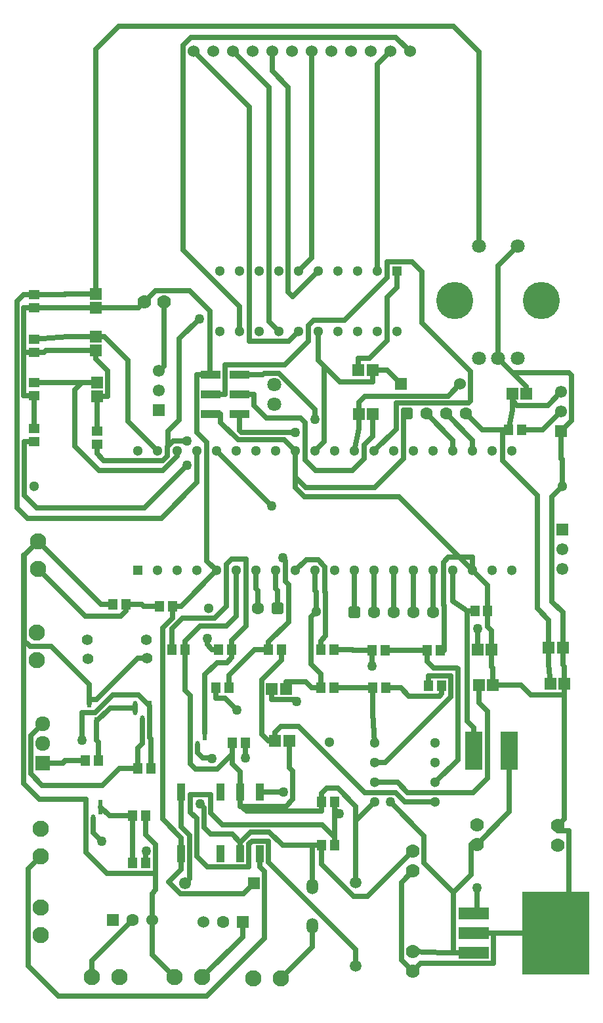
<source format=gtl>
G04*
G04 #@! TF.GenerationSoftware,Altium Limited,Altium Designer,24.4.1 (13)*
G04*
G04 Layer_Physical_Order=1*
G04 Layer_Color=255*
%FSLAX44Y44*%
%MOMM*%
G71*
G04*
G04 #@! TF.SameCoordinates,F6539689-3043-445A-A8EF-E24C1B7FCDF9*
G04*
G04*
G04 #@! TF.FilePolarity,Positive*
G04*
G01*
G75*
%ADD18R,1.5046X1.5562*%
%ADD19R,1.3046X1.4562*%
%ADD25R,1.0000X2.2000*%
G04:AMPARAMS|DCode=26|XSize=1.8242mm|YSize=0.618mm|CornerRadius=0.309mm|HoleSize=0mm|Usage=FLASHONLY|Rotation=270.000|XOffset=0mm|YOffset=0mm|HoleType=Round|Shape=RoundedRectangle|*
%AMROUNDEDRECTD26*
21,1,1.8242,0.0000,0,0,270.0*
21,1,1.2063,0.6180,0,0,270.0*
1,1,0.6180,0.0000,-0.6031*
1,1,0.6180,0.0000,0.6031*
1,1,0.6180,0.0000,0.6031*
1,1,0.6180,0.0000,-0.6031*
%
%ADD26ROUNDEDRECTD26*%
%ADD27R,0.6180X1.8242*%
%ADD29R,1.5562X1.5046*%
%ADD37C,1.5240*%
%ADD38R,1.5240X1.5240*%
%ADD45R,1.5500X1.5500*%
%ADD46C,1.5500*%
%ADD53R,2.3000X5.0000*%
%ADD54R,1.2000X1.4500*%
%ADD55R,1.4500X1.2000*%
%ADD56R,2.5000X1.0000*%
%ADD57R,4.0000X1.5000*%
%ADD58R,8.6000X10.7000*%
%ADD59R,0.6000X1.0500*%
%ADD60C,0.6350*%
%ADD61C,1.3000*%
%ADD62R,1.3000X1.3000*%
%ADD63C,2.1000*%
%ADD64R,1.9200X1.9200*%
%ADD65C,1.9200*%
%ADD66C,1.7780*%
%ADD67C,1.8000*%
%ADD68R,1.5500X1.5500*%
%ADD69C,1.6000*%
G04:AMPARAMS|DCode=70|XSize=1.6mm|YSize=1.6mm|CornerRadius=0.4mm|HoleSize=0mm|Usage=FLASHONLY|Rotation=0.000|XOffset=0mm|YOffset=0mm|HoleType=Round|Shape=RoundedRectangle|*
%AMROUNDEDRECTD70*
21,1,1.6000,0.8000,0,0,0.0*
21,1,0.8000,1.6000,0,0,0.0*
1,1,0.8000,0.4000,-0.4000*
1,1,0.8000,-0.4000,-0.4000*
1,1,0.8000,-0.4000,0.4000*
1,1,0.8000,0.4000,0.4000*
%
%ADD70ROUNDEDRECTD70*%
%ADD71R,1.6000X1.6000*%
%ADD72O,1.5000X2.0000*%
%ADD73O,1.5240X2.0000*%
%ADD74C,1.5000*%
%ADD75C,1.4000*%
%ADD76C,4.8000*%
%ADD77C,1.2700*%
D18*
X758190Y492760D02*
D03*
X776206D02*
D03*
X760612Y445770D02*
D03*
X778628D02*
D03*
X711082Y820421D02*
D03*
X729098D02*
D03*
X513080Y793750D02*
D03*
X531096D02*
D03*
X684648Y490220D02*
D03*
X666632D02*
D03*
X423146Y372110D02*
D03*
X405130D02*
D03*
X685918Y444500D02*
D03*
X667902D02*
D03*
X401084Y439420D02*
D03*
X419100D02*
D03*
X512844Y850900D02*
D03*
X530860D02*
D03*
D19*
X663435Y539750D02*
D03*
X679450D02*
D03*
D25*
X284094Y306354D02*
D03*
X334894D02*
D03*
X360294D02*
D03*
X385694D02*
D03*
Y226354D02*
D03*
X360294D02*
D03*
X334894D02*
D03*
X284094D02*
D03*
D26*
X160934Y287224D02*
D03*
X170434Y268021D02*
D03*
X233904Y395741D02*
D03*
X224404Y414944D02*
D03*
X305054Y363271D02*
D03*
X295554Y382474D02*
D03*
D27*
X179934Y287224D02*
D03*
X243404Y414944D02*
D03*
X314554Y382474D02*
D03*
D29*
X173990Y948926D02*
D03*
Y930910D02*
D03*
Y894198D02*
D03*
Y876182D02*
D03*
X175260Y834508D02*
D03*
Y816493D02*
D03*
D37*
X579120Y1262380D02*
D03*
X553720D02*
D03*
X528320D02*
D03*
X502920D02*
D03*
X477520D02*
D03*
X452120D02*
D03*
X426720D02*
D03*
X401320D02*
D03*
X375920D02*
D03*
X350520D02*
D03*
X325120D02*
D03*
X299720D02*
D03*
X643920Y833120D02*
D03*
X246380Y140970D02*
D03*
X312420Y138430D02*
D03*
D38*
X567660Y833120D02*
D03*
D45*
X378024Y188884D02*
D03*
D46*
X255270Y849630D02*
D03*
Y824230D02*
D03*
X775970Y594360D02*
D03*
Y619760D02*
D03*
X774314Y822614D02*
D03*
Y797214D02*
D03*
X289224Y188884D02*
D03*
D53*
X707390Y359411D02*
D03*
X661670D02*
D03*
D54*
X723510Y773430D02*
D03*
X706510D02*
D03*
X237980Y214630D02*
D03*
X220980D02*
D03*
X482210Y237490D02*
D03*
X465210D02*
D03*
X238370Y275590D02*
D03*
X221370D02*
D03*
X482210Y293370D02*
D03*
X465210D02*
D03*
X227720Y336550D02*
D03*
X244720D02*
D03*
X160410Y346711D02*
D03*
X177410D02*
D03*
X332250Y490220D02*
D03*
X349250D02*
D03*
X271780D02*
D03*
X288780D02*
D03*
X546980Y488950D02*
D03*
X529980D02*
D03*
X396630Y490220D02*
D03*
X413630D02*
D03*
X480940D02*
D03*
X463940D02*
D03*
X618100Y488950D02*
D03*
X601100D02*
D03*
X603250Y443230D02*
D03*
X620250D02*
D03*
X255660Y546101D02*
D03*
X272660D02*
D03*
X530860Y440690D02*
D03*
X547860D02*
D03*
X345440D02*
D03*
X328440D02*
D03*
X480940D02*
D03*
X463940D02*
D03*
X195580Y548640D02*
D03*
X212580D02*
D03*
X349640Y369570D02*
D03*
X366639D02*
D03*
D55*
X175260Y754771D02*
D03*
Y771770D02*
D03*
X93980Y758581D02*
D03*
Y775580D02*
D03*
Y931301D02*
D03*
Y948300D02*
D03*
Y873270D02*
D03*
Y890270D02*
D03*
Y817880D02*
D03*
Y834880D02*
D03*
D56*
X359360Y844550D02*
D03*
X322360D02*
D03*
X359360Y819150D02*
D03*
X322360D02*
D03*
X359360Y793750D02*
D03*
X322360D02*
D03*
D57*
X661080Y149860D02*
D03*
Y124460D02*
D03*
Y99060D02*
D03*
D58*
X767080Y124460D02*
D03*
D59*
X155600Y397440D02*
D03*
X174600D02*
D03*
X165100Y420441D02*
D03*
D60*
X155775Y373815D02*
Y397265D01*
Y373815D02*
X156210Y373380D01*
X155600Y397440D02*
X155775Y397265D01*
X155600Y397440D02*
Y408432D01*
X305054Y357410D02*
Y363271D01*
X311999Y350465D02*
X322635D01*
X305054Y357410D02*
X311999Y350465D01*
X322635D02*
X323850Y349250D01*
X360294Y288036D02*
X361950D01*
X330200Y335788D02*
X349640Y355228D01*
X360294Y288036D02*
Y289692D01*
X302666Y335788D02*
X330200D01*
X553720Y293370D02*
X597535Y249555D01*
Y214503D02*
Y249555D01*
Y214503D02*
X635254Y176784D01*
X435102Y391414D02*
X520700Y305816D01*
X560439D01*
X572885Y293370D01*
X666632Y490220D02*
X666691Y490279D01*
Y516831D01*
X666750Y516890D01*
X711082Y811902D02*
Y820421D01*
Y799084D02*
Y811902D01*
X698500Y773430D02*
X706510D01*
X672367D02*
X698500D01*
Y734060D02*
Y773430D01*
X468757Y855467D02*
X488818Y835406D01*
X460624Y863600D02*
X468757Y855467D01*
X658114Y199644D02*
Y238760D01*
X623062Y99060D02*
X635254D01*
X321310Y844550D02*
Y927100D01*
Y844550D02*
X322360D01*
X304038D02*
X321310D01*
X711160Y847598D02*
X729098Y829660D01*
X643036Y609092D02*
X660014D01*
X628650D02*
X643036D01*
X660014Y592114D01*
X564550Y687578D02*
X643036Y609092D01*
X778628Y271898D02*
Y432054D01*
X769620Y256540D02*
X784352D01*
Y124460D02*
Y256540D01*
X686816Y124460D02*
X767080D01*
X623062Y488950D02*
Y546608D01*
X509270Y268920D02*
Y287664D01*
X431414Y712602D02*
Y746414D01*
Y699516D02*
Y712602D01*
X335026Y783413D02*
Y793750D01*
X80772Y611632D02*
X81534Y612394D01*
X165100Y425450D02*
X174498D01*
X349640Y355228D02*
Y369570D01*
Y343140D02*
Y355228D01*
X361950Y288036D02*
X419100D01*
X361950D02*
X368300Y281686D01*
X360294Y289692D02*
X361950Y288036D01*
X165100Y425450D02*
Y445262D01*
X101346Y296926D02*
X160934D01*
X251079Y201168D02*
Y238497D01*
Y180213D02*
Y201168D01*
X156074Y834508D02*
X175260D01*
X134737D02*
X156074D01*
X419100Y448181D02*
X444989D01*
X415036Y237490D02*
X453390D01*
X665734Y149860D02*
Y183134D01*
X385694Y306578D02*
X415544D01*
X482210Y247650D02*
Y278638D01*
Y237490D02*
Y247650D01*
Y284616D02*
Y293370D01*
Y278638D02*
Y284616D01*
X359156Y773176D02*
Y793750D01*
X266700Y752348D02*
X273304Y758952D01*
X706510Y773430D02*
X711082Y799084D01*
X488818Y835406D02*
X530860D01*
Y850900D01*
X456814Y746414D02*
X468757Y758357D01*
Y855467D01*
X460624Y863600D02*
Y900534D01*
X530860Y850900D02*
X549880D01*
X567660Y833120D01*
X272660Y546101D02*
X283800D01*
X329814Y592114D01*
X304038Y770636D02*
Y844550D01*
Y770636D02*
X317246Y757428D01*
Y604682D02*
Y757428D01*
Y604682D02*
X329814Y592114D01*
X295148Y953262D02*
X321310Y927100D01*
X250951Y953262D02*
X295148D01*
X236220Y938531D02*
X250951Y953262D01*
X173990Y930910D02*
X228599D01*
X236220Y938531D01*
X758190Y471814D02*
Y492760D01*
Y471814D02*
X760612Y445770D01*
X284094Y206624D02*
Y226354D01*
X267970Y190500D02*
X284094Y206624D01*
X267970Y190500D02*
X283210Y175260D01*
X364400D01*
X378024Y188884D01*
X582930Y100330D02*
X623062Y99060D01*
X261620Y855980D02*
Y938531D01*
X255270Y849630D02*
X261620Y855980D01*
X431414Y699516D02*
X443352Y687578D01*
X564550D01*
X769620Y262890D02*
X778628Y271898D01*
X509270Y189230D02*
Y268920D01*
X533720Y293370D01*
X465210Y293370D02*
Y304800D01*
X471560Y311150D01*
X485784D01*
X509270Y287664D01*
X355214Y533400D02*
Y592114D01*
X342382Y520568D02*
X355214Y533400D01*
X308224Y520568D02*
X342382D01*
X288780Y501124D02*
X308224Y520568D01*
X288780Y490220D02*
Y501124D01*
X349640Y343140D02*
X360294Y332486D01*
Y306354D02*
Y332486D01*
X288780Y437228D02*
Y490220D01*
Y437228D02*
X295554Y430454D01*
Y382474D02*
Y430454D01*
X513080Y775594D02*
Y793750D01*
X507614Y746414D02*
X513080Y775594D01*
X359360Y819150D02*
X377698D01*
Y804672D02*
Y819150D01*
Y804672D02*
X393700Y788670D01*
X437823D01*
X443738Y782755D01*
Y734954D02*
Y782755D01*
Y734954D02*
X457200Y721492D01*
X504830D01*
X519938Y736600D01*
Y754380D01*
X531096Y765538D01*
Y793750D01*
X634614Y552836D02*
X653288Y539750D01*
X634614Y552836D02*
Y592114D01*
X93980Y834880D02*
X134737Y834508D01*
X173990Y894198D02*
X184794D01*
X215392Y863600D01*
Y784636D02*
Y863600D01*
Y784636D02*
X253614Y746414D01*
X137786Y894198D02*
X173990D01*
X93980Y890270D02*
X137786Y894198D01*
X463940Y440690D02*
Y458978D01*
X451104Y471814D02*
X463940Y458978D01*
X451104Y471814D02*
Y532424D01*
X458084Y539404D01*
X453390Y237490D02*
X465210D01*
X453390Y184150D02*
Y237490D01*
X212580Y539750D02*
Y548640D01*
X206230Y533400D02*
X212580Y539750D01*
X160021Y533400D02*
X206230D01*
X99060Y594361D02*
X160021Y533400D01*
X284094Y261371D02*
Y306354D01*
Y261371D02*
X294894Y250571D01*
Y194554D02*
Y250571D01*
X289224Y188884D02*
X294894Y194554D01*
X422928Y888238D02*
X435224Y900534D01*
X372110Y888238D02*
X422928D01*
X371602Y1190498D02*
X372110Y888238D01*
X299720Y1262380D02*
X371602Y1190498D01*
X401320Y1236726D02*
Y1262380D01*
Y1236726D02*
X422148Y1215898D01*
Y951894D02*
Y1215898D01*
Y951894D02*
X428146Y945896D01*
X460624Y978374D01*
X452120Y995270D02*
Y1262380D01*
X435224Y978374D02*
X452120Y995270D01*
X536824Y978374D02*
Y1245484D01*
X553720Y1262380D01*
X561086Y1280414D02*
X579120Y1262380D01*
X296672Y1280414D02*
X561086D01*
X286258Y1270000D02*
X296672Y1280414D01*
X286258Y1005332D02*
Y1270000D01*
Y1005332D02*
X359024Y932566D01*
Y900534D02*
Y932566D01*
X317500Y496570D02*
Y504698D01*
Y496570D02*
X323850Y490220D01*
X332250D01*
X465700Y264160D02*
X482210Y247650D01*
X337566Y264160D02*
X465700D01*
X322326Y279400D02*
X337566Y264160D01*
X322326Y279400D02*
Y303022D01*
X295910D02*
X322326D01*
X295910Y280416D02*
Y303022D01*
Y280416D02*
X303784Y272542D01*
Y223266D02*
Y272542D01*
Y223266D02*
X317500Y209550D01*
X371094D01*
Y239268D01*
X374904Y243078D01*
X396494D01*
Y215646D02*
Y243078D01*
Y215646D02*
X509270Y102870D01*
Y82230D02*
Y102870D01*
X482210Y284616D02*
X488188Y278638D01*
X237980Y214630D02*
Y228817D01*
X239014Y229852D01*
X600324Y794674D02*
X634614Y760384D01*
Y746414D02*
Y760384D01*
X359360Y844550D02*
X389128D01*
X391160Y846582D01*
X410210D01*
X456692Y800100D01*
Y787146D02*
Y800100D01*
X533014Y746414D02*
X561209Y774609D01*
Y808389D01*
X654973D01*
X657352Y810768D01*
Y848868D01*
X594360Y911860D02*
X657352Y848868D01*
X594360Y911860D02*
Y977900D01*
X581660Y990600D02*
X594360Y977900D01*
X549910Y990600D02*
X581660D01*
X549910Y970280D02*
Y990600D01*
X494792Y915162D02*
X549910Y970280D01*
X454914Y915162D02*
X494792D01*
X447802Y908050D02*
X454914Y915162D01*
X447802Y887730D02*
Y908050D01*
X417322Y857250D02*
X447802Y887730D01*
X340614Y857250D02*
X417322D01*
X340614Y819150D02*
Y857250D01*
X322360Y819150D02*
X340614D01*
X281686Y891286D02*
X307340Y916940D01*
X281686Y786638D02*
Y891286D01*
X266700Y771652D02*
X281686Y786638D01*
X266700Y752348D02*
Y771652D01*
X265938Y751586D02*
X266700Y752348D01*
X260350Y734060D02*
X265938Y739648D01*
X329814Y746414D02*
X401096Y675132D01*
X530860Y407990D02*
Y440690D01*
Y407990D02*
X533720Y369571D01*
X529980Y469256D02*
Y488950D01*
X314554Y382474D02*
Y457810D01*
X330200Y473456D01*
X342900D01*
X349250Y479806D01*
Y490220D01*
X192104Y414944D02*
X224404D01*
X174600Y397440D02*
X192104Y414944D01*
X191568Y275590D02*
X221370D01*
X179934Y287224D02*
X191568Y275590D01*
X620250Y432934D02*
Y443230D01*
X617338Y430022D02*
X620250Y432934D01*
X577850Y430022D02*
X617338D01*
X567182Y440690D02*
X577850Y430022D01*
X547860Y440690D02*
X567182D01*
X601100Y474590D02*
Y488950D01*
Y474590D02*
X609600Y466090D01*
X639851D01*
X640855Y465086D01*
Y347806D02*
Y465086D01*
X611820Y318771D02*
X640855Y347806D01*
X533720Y344170D02*
X546876D01*
X631965Y429260D01*
Y456196D01*
X603250D02*
X631965D01*
X603250Y443230D02*
Y456196D01*
X308102Y290830D02*
X313294Y285638D01*
Y260238D02*
Y285638D01*
Y260238D02*
X321573Y251959D01*
X349635D01*
X360294Y241300D01*
Y226354D02*
Y241300D01*
X385694Y306354D02*
Y306578D01*
X661080Y149860D02*
X665734D01*
X173990Y948926D02*
Y1264920D01*
X203200Y1294130D01*
X635000D01*
X668034Y1261096D01*
Y1010724D02*
Y1261096D01*
X93980Y873270D02*
X106698D01*
X109610Y876182D01*
X173990D01*
X81534Y758581D02*
X93980D01*
X81534Y688668D02*
Y758581D01*
Y688668D02*
X97610Y672592D01*
X236220D01*
X291846Y728218D01*
X147066Y825500D02*
X156074Y834508D01*
X147066Y752348D02*
Y825500D01*
Y752348D02*
X177800Y721614D01*
X260476D01*
X279014Y740151D01*
Y746414D01*
X660014Y592114D02*
Y609092D01*
X622300Y602742D02*
X628650Y609092D01*
X622300Y547370D02*
Y602742D01*
Y547370D02*
X623062Y546608D01*
X618100Y488950D02*
X623062D01*
X513080Y793750D02*
Y809659D01*
X520700Y817279D01*
X628078D01*
X643920Y833120D01*
X570738Y790488D02*
X574924Y794674D01*
X570738Y736600D02*
Y790488D01*
X533654Y699516D02*
X570738Y736600D01*
X444500Y699516D02*
X533654D01*
X431414Y712602D02*
X444500Y699516D01*
X661080Y124460D02*
X686816D01*
Y85090D02*
Y124460D01*
X593090Y85090D02*
X686816D01*
X582930Y74930D02*
X593090Y85090D01*
X774314Y771814D02*
X787908Y785408D01*
Y844296D01*
X784606Y847598D02*
X787908Y844296D01*
X711160Y847598D02*
X784606D01*
X693034Y865724D02*
X711160Y847598D01*
X758190Y492760D02*
Y528574D01*
X743204Y543560D02*
X758190Y528574D01*
X743204Y543560D02*
Y689356D01*
X698500Y734060D02*
X743204Y689356D01*
X572885Y293370D02*
X611820D01*
X412750Y391414D02*
X435102D01*
X405130Y383794D02*
X412750Y391414D01*
X405130Y372110D02*
Y383794D01*
X533720Y318771D02*
X562864D01*
X575818Y305816D01*
X660400D01*
X678942Y324358D01*
Y410600D01*
X667902Y421640D02*
X678942Y410600D01*
X667902Y421640D02*
Y444500D01*
X328440Y427482D02*
Y440690D01*
Y427482D02*
X340868D01*
X356108Y412242D01*
X452480Y440690D02*
X463940D01*
X444989Y448181D02*
X452480Y440690D01*
X419100Y439420D02*
Y448181D01*
X401084Y425704D02*
Y439420D01*
Y425704D02*
X430022D01*
X432816Y422910D01*
X246380Y140970D02*
Y175514D01*
X251079Y180213D01*
X160934Y228600D02*
Y287224D01*
Y228600D02*
X188366Y201168D01*
X251079D01*
X238370Y251206D02*
X251079Y238497D01*
X238370Y251206D02*
Y275590D01*
X170434Y254000D02*
Y268021D01*
Y254000D02*
X181292Y243142D01*
X419100Y288036D02*
X427736Y296672D01*
Y333248D01*
X423146Y337838D02*
X427736Y333248D01*
X423146Y337838D02*
Y372110D01*
X463940Y490220D02*
Y501142D01*
X470408Y507610D01*
Y563880D01*
X469392Y564896D02*
X470408Y563880D01*
X469392Y564896D02*
Y596900D01*
X460420Y605872D02*
X469392Y596900D01*
X445172Y605872D02*
X460420D01*
X431414Y592114D02*
X445172Y605872D01*
X304414Y705734D02*
Y746414D01*
X258064Y659384D02*
X304414Y705734D01*
X85598Y659384D02*
X258064D01*
X71882Y673100D02*
X85598Y659384D01*
X71882Y673100D02*
Y939800D01*
X80382Y948300D01*
X93980D01*
X396630Y490220D02*
Y500008D01*
X422402Y525780D01*
Y574294D01*
X418846Y577850D02*
X422402Y574294D01*
X418846Y577850D02*
Y604520D01*
X414782Y608584D02*
X418846Y604520D01*
X174600Y373396D02*
Y397440D01*
Y373396D02*
X177410Y370586D01*
Y346711D02*
Y370586D01*
X295554Y342900D02*
X302666Y335788D01*
X295554Y342900D02*
Y382474D01*
X175260Y742950D02*
Y754771D01*
Y742950D02*
X184150Y734060D01*
X260350D01*
X265938Y739648D02*
Y751586D01*
X273304Y758952D02*
X291846D01*
X361950Y770382D02*
X430784D01*
X359156Y773176D02*
X361950Y770382D01*
X359156Y793750D02*
X359360D01*
X322360D02*
X335026D01*
Y783413D02*
X357201Y761238D01*
X416590D01*
X431414Y746414D01*
X272660Y530978D02*
Y546101D01*
X259941Y518259D02*
X272660Y530978D01*
X259941Y271549D02*
Y518259D01*
Y271549D02*
X284094Y247396D01*
Y226354D02*
Y247396D01*
X349250Y490220D02*
Y501904D01*
X367538Y520192D01*
Y606806D01*
X349250D02*
X367538D01*
X342392Y599948D02*
X349250Y606806D01*
X342392Y546100D02*
Y599948D01*
X327152Y530860D02*
X342392Y546100D01*
X285242Y530860D02*
X327152D01*
X271780Y517398D02*
X285242Y530860D01*
X271780Y490220D02*
Y517398D01*
X345440Y440690D02*
Y456946D01*
X378714Y490220D01*
X396630D01*
X160934Y287224D02*
Y296926D01*
X80772Y317500D02*
X101346Y296926D01*
X80772Y317500D02*
Y611632D01*
X155600Y408432D02*
X172792D01*
X196160Y431800D01*
X228672D01*
X243404Y417068D01*
Y414944D02*
Y417068D01*
X116332Y494030D02*
X165100Y445262D01*
X88900Y494030D02*
X116332D01*
X81534Y501396D02*
X88900Y494030D01*
X81534Y501396D02*
Y612394D01*
X99060Y629921D01*
X366639Y350266D02*
Y369570D01*
X413630Y476758D02*
Y490220D01*
X387604Y450732D02*
X413630Y476758D01*
X387604Y381000D02*
Y450732D01*
Y381000D02*
X396494Y372110D01*
X405130D01*
X385694Y209936D02*
Y226354D01*
Y209936D02*
X391668Y203962D01*
Y117602D02*
Y203962D01*
X316992Y42926D02*
X391668Y117602D01*
X125476Y42926D02*
X316992D01*
X86614Y81788D02*
X125476Y42926D01*
X86614Y81788D02*
Y207304D01*
X102484Y223174D01*
X203962Y336550D02*
X227720D01*
X182626Y315214D02*
X203962Y336550D01*
X104648Y315214D02*
X182626D01*
X89662Y330200D02*
X104648Y315214D01*
X89662Y330200D02*
Y379262D01*
X105024Y394624D01*
X679450Y520056D02*
Y539750D01*
Y520056D02*
X684648Y514858D01*
Y490220D02*
Y514858D01*
X524510Y171450D02*
X582930Y229870D01*
X506730Y171450D02*
X524510D01*
X465210Y212970D02*
X506730Y171450D01*
X465210Y212970D02*
Y237490D01*
X173990Y864870D02*
Y876182D01*
Y864870D02*
X188976Y849884D01*
Y816493D02*
Y849884D01*
X175260Y816493D02*
X188976D01*
X180340Y548640D02*
X195580D01*
X99060Y629921D02*
X180340Y548640D01*
X729098Y820421D02*
Y829660D01*
X165100Y420441D02*
Y425450D01*
X174498D02*
X227838Y478790D01*
X240030D01*
X363220Y119380D02*
Y138430D01*
X311150Y67310D02*
X363220Y119380D01*
X660014Y746414D02*
Y760384D01*
X625724Y794674D02*
X660014Y760384D01*
X168910Y88900D02*
X220980Y140970D01*
X168910Y67310D02*
Y88900D01*
X453390Y106680D02*
Y133350D01*
X412750Y66040D02*
X453390Y106680D01*
X723510Y773430D02*
X750530D01*
X774314Y797214D01*
X246380Y96520D02*
Y140970D01*
Y96520D02*
X275590Y67310D01*
X562224Y957194D02*
Y978374D01*
X549402Y944372D02*
X562224Y957194D01*
X549402Y889000D02*
Y944372D01*
X526560Y866158D02*
X549402Y889000D01*
X512844Y866158D02*
X526560D01*
X512844Y850900D02*
Y866158D01*
X651124Y794674D02*
X672367Y773430D01*
X660014Y592114D02*
X679450Y572678D01*
Y539750D02*
Y572678D01*
X707390Y280670D02*
Y359411D01*
X665480Y238760D02*
X707390Y280670D01*
X693034Y985724D02*
X718034Y1010724D01*
X693034Y865724D02*
Y985724D01*
X350520Y1262380D02*
X397256Y1215644D01*
Y913102D02*
Y1215644D01*
Y913102D02*
X409824Y900534D01*
X221370Y250522D02*
Y275590D01*
X220980Y250132D02*
X221370Y250522D01*
X220980Y214630D02*
Y250132D01*
X465210Y281686D02*
Y293370D01*
X368300Y281686D02*
X465210D01*
X360294Y289692D02*
Y306354D01*
Y241300D02*
X374010Y255016D01*
X397510D01*
X415036Y237490D01*
X757134Y805434D02*
X774314Y822614D01*
X717550Y805434D02*
X757134D01*
X711082Y811902D02*
X717550Y805434D01*
X658114Y238760D02*
X665480D01*
X635254Y176784D02*
X658114Y199644D01*
X635254Y99060D02*
Y176784D01*
Y99060D02*
X661080D01*
X769620Y256540D02*
Y262890D01*
X767080Y124460D02*
X784352D01*
X685918Y444500D02*
X722630D01*
X735076Y432054D01*
X778628D01*
Y445770D01*
X609214Y538134D02*
Y592114D01*
X653288Y539750D02*
X663435D01*
X653288Y397510D02*
Y539750D01*
Y397510D02*
X661670Y389128D01*
Y359411D02*
Y389128D01*
X776206Y492760D02*
Y538226D01*
X762254Y552178D02*
X776206Y538226D01*
X762254Y552178D02*
Y687364D01*
X775584Y700694D01*
X568198Y89662D02*
X582930Y74930D01*
X568198Y89662D02*
Y189738D01*
X582930Y204470D01*
X80772Y931301D02*
X93980D01*
X80772Y873270D02*
Y931301D01*
Y873270D02*
X93980D01*
X80772Y817880D02*
Y873270D01*
Y817880D02*
X93980D01*
Y775580D02*
Y817880D01*
X175260Y771770D02*
Y816493D01*
X133995Y930910D02*
X173990D01*
X133604Y931301D02*
X133995Y930910D01*
X93980Y931301D02*
X133604D01*
X774314Y736854D02*
Y771814D01*
Y736854D02*
X775584Y735584D01*
Y700694D02*
Y735584D01*
X684648Y467868D02*
Y490220D01*
Y467868D02*
X685918Y466598D01*
Y444500D02*
Y466598D01*
X776206Y470290D02*
Y492760D01*
Y470290D02*
X778628Y467868D01*
Y445770D02*
Y467868D01*
X134229Y948926D02*
X173990D01*
X133604Y948300D02*
X134229Y948926D01*
X93980Y948300D02*
X133604D01*
X456814Y566166D02*
Y592114D01*
Y566166D02*
X458084Y564896D01*
Y539404D02*
Y564896D01*
X233904Y369150D02*
Y395741D01*
X227720Y362966D02*
X233904Y369150D01*
X227720Y336550D02*
Y362966D01*
X235203Y546101D02*
X255660D01*
X232664Y548640D02*
X235203Y546101D01*
X212580Y548640D02*
X232664D01*
X380614Y568706D02*
Y592114D01*
Y568706D02*
X383154Y566166D01*
Y543214D02*
Y566166D01*
X406014Y568706D02*
Y592114D01*
Y568706D02*
X408554Y566166D01*
Y543214D02*
Y566166D01*
X507614Y538134D02*
Y592114D01*
X533014Y538134D02*
Y592114D01*
X558414Y538134D02*
Y592114D01*
X583814Y538134D02*
Y592114D01*
X480940Y440690D02*
X530860D01*
X546980Y488950D02*
X601100D01*
X505968D02*
X529980D01*
X504698Y490220D02*
X505968Y488950D01*
X480940Y490220D02*
X504698D01*
X243404Y376220D02*
Y414944D01*
Y376220D02*
X244720Y374904D01*
Y336550D02*
Y374904D01*
X133951Y346711D02*
X160410D01*
X131064Y343824D02*
X133951Y346711D01*
X105024Y343824D02*
X131064D01*
D61*
X228214Y746414D02*
D03*
X253614D02*
D03*
X279014D02*
D03*
X304414D02*
D03*
X329814D02*
D03*
X355214D02*
D03*
X380614D02*
D03*
X406014D02*
D03*
X431414D02*
D03*
X456814D02*
D03*
X482214D02*
D03*
X507614D02*
D03*
X533014D02*
D03*
X558414D02*
D03*
X583814D02*
D03*
X609214D02*
D03*
X634614D02*
D03*
X660014D02*
D03*
X685414D02*
D03*
X710814D02*
D03*
Y592114D02*
D03*
X685414D02*
D03*
X660014D02*
D03*
X634614D02*
D03*
X609214D02*
D03*
X583814D02*
D03*
X558414D02*
D03*
X533014D02*
D03*
X507614D02*
D03*
X482214D02*
D03*
X456814D02*
D03*
X431414D02*
D03*
X406014D02*
D03*
X380614D02*
D03*
X355214D02*
D03*
X329814D02*
D03*
X304414D02*
D03*
X279014D02*
D03*
X253614D02*
D03*
X775584Y700694D02*
D03*
X93980Y701040D02*
D03*
X474980Y370840D02*
D03*
X319654Y543214D02*
D03*
X611820Y369571D02*
D03*
Y344170D02*
D03*
Y318771D02*
D03*
Y293370D02*
D03*
X533720D02*
D03*
Y318771D02*
D03*
Y344170D02*
D03*
Y369571D02*
D03*
X458084Y539404D02*
D03*
X536824Y978374D02*
D03*
X511424D02*
D03*
X486024D02*
D03*
X460624D02*
D03*
X435224D02*
D03*
X409824D02*
D03*
X384424D02*
D03*
X359024D02*
D03*
X333624D02*
D03*
Y900534D02*
D03*
X359024D02*
D03*
X384424D02*
D03*
X409824D02*
D03*
X435224D02*
D03*
X460624D02*
D03*
X486024D02*
D03*
X511424D02*
D03*
X536824D02*
D03*
X562224D02*
D03*
D62*
X228214Y592114D02*
D03*
X562224Y978374D02*
D03*
D63*
X102484Y258734D02*
D03*
Y223174D02*
D03*
X97790Y511810D02*
D03*
Y476250D02*
D03*
X99060Y629921D02*
D03*
Y594361D02*
D03*
X412750Y66040D02*
D03*
X377190D02*
D03*
X204470Y67310D02*
D03*
X168910D02*
D03*
X102871Y121920D02*
D03*
Y157480D02*
D03*
X311150Y67310D02*
D03*
X275590D02*
D03*
D64*
X105024Y343824D02*
D03*
D65*
Y369224D02*
D03*
Y394624D02*
D03*
D66*
X769620Y262890D02*
D03*
Y237490D02*
D03*
X665480Y264160D02*
D03*
Y238760D02*
D03*
X582930Y74930D02*
D03*
Y100330D02*
D03*
Y204470D02*
D03*
Y229870D02*
D03*
X236220Y938531D02*
D03*
X261620D02*
D03*
D67*
X403860Y806450D02*
D03*
Y831850D02*
D03*
X718034Y1010724D02*
D03*
X668034D02*
D03*
X693034Y865724D02*
D03*
X718034D02*
D03*
X668034D02*
D03*
D68*
X255270Y798830D02*
D03*
X775970Y645160D02*
D03*
X774314Y771814D02*
D03*
D69*
X558414Y538134D02*
D03*
X533014D02*
D03*
X583814D02*
D03*
X609214D02*
D03*
X383154Y543214D02*
D03*
X651124Y794674D02*
D03*
X625724D02*
D03*
X600324D02*
D03*
X220980Y140970D02*
D03*
X337820Y138430D02*
D03*
D70*
X507614Y538134D02*
D03*
X408554Y543214D02*
D03*
X574924Y794674D02*
D03*
D71*
X195580Y140970D02*
D03*
X363220Y138430D02*
D03*
D72*
X453390Y184150D02*
D03*
D73*
Y133350D02*
D03*
D74*
X509270Y82230D02*
D03*
Y189230D02*
D03*
D75*
X163068Y502920D02*
D03*
X163576Y478282D02*
D03*
X239014Y502920D02*
D03*
X240030Y478790D02*
D03*
D76*
X637034Y940724D02*
D03*
X749034D02*
D03*
D77*
X156210Y373380D02*
D03*
X323850Y349250D02*
D03*
X553720Y293370D02*
D03*
X666750Y516890D02*
D03*
X317500Y504698D02*
D03*
X488188Y278638D02*
D03*
X239014Y229852D02*
D03*
X456692Y787146D02*
D03*
X307340Y916940D02*
D03*
X401096Y675132D02*
D03*
X529980Y469256D02*
D03*
X308102Y290830D02*
D03*
X415544Y306578D02*
D03*
X665734Y183134D02*
D03*
X291846Y728218D02*
D03*
X356108Y412242D02*
D03*
X432816Y422910D02*
D03*
X181292Y243142D02*
D03*
X414782Y608584D02*
D03*
X291846Y758952D02*
D03*
X430784Y770382D02*
D03*
X366639Y350266D02*
D03*
M02*

</source>
